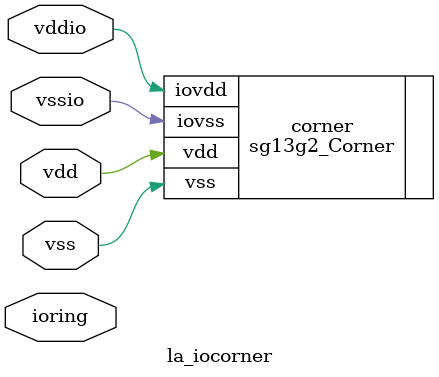
<source format=v>
module la_iocorner #(
    parameter PROP  = "DEFAULT",  // cell type
    parameter SIDE  = "NO",       // "NO", "SO", "EA", "WE"
    parameter RINGW = 8           // width of io ring
) (
    inout vdd,  // core supply
    inout vss,  // core ground
    inout vddio,  // io supply
    inout vssio,  // io ground
    inout [RINGW-1:0] ioring  // generic io-ring interface
);

  sg13g2_Corner corner (
      .iovdd(vddio),
      .iovss(vssio),
      .vdd(vdd),
      .vss(vss)
  );

endmodule

</source>
